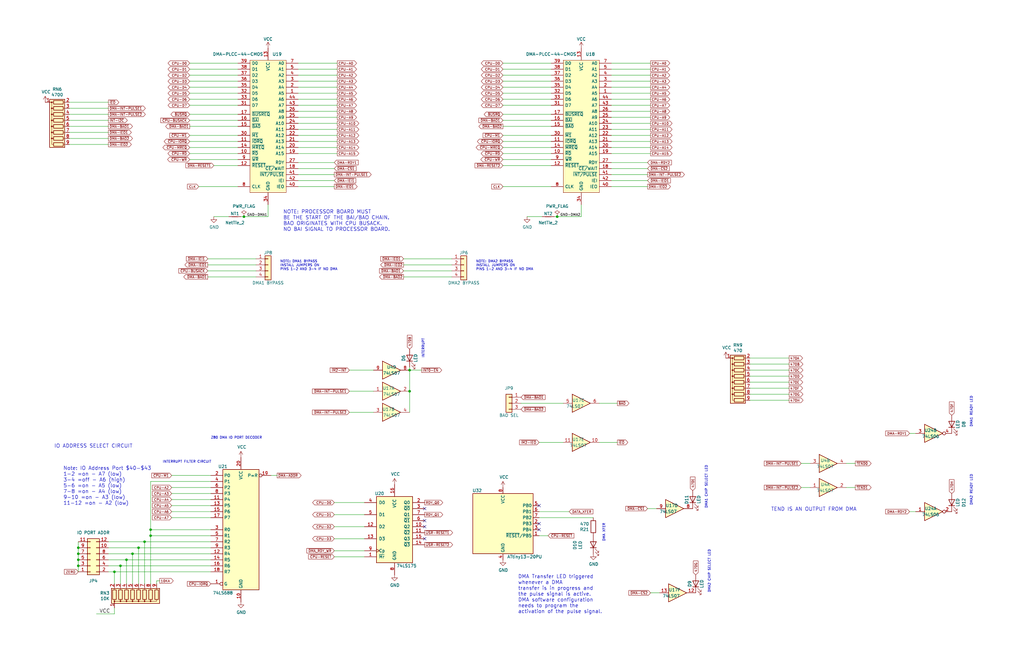
<source format=kicad_sch>
(kicad_sch (version 20211123) (generator eeschema)
  (paper "B")
  (junction (at 33.02 238.76))
  (junction (at 102.87 91.44))
  (junction (at 60.96 228.6))
  (junction (at 55.88 233.68))
  (junction (at 58.42 231.14))
  (junction (at 172.72 156.21))
  (junction (at 33.02 236.22))
  (junction (at 48.26 241.3))
  (junction (at 50.8 238.76))
  (junction (at 63.5 223.52))
  (junction (at 234.95 91.44))
  (junction (at 33.02 233.68))
  (junction (at 63.5 226.06))
  (junction (at 53.34 236.22))
  (junction (at 33.02 231.14))
  (junction (at 172.72 165.1))
  (no_connect (at 227.33 223.52))
  (no_connect (at 227.33 213.36))
  (no_connect (at 179.07 219.71))
  (no_connect (at 179.07 214.63))
  (no_connect (at 179.07 227.33))
  (no_connect (at 227.33 220.98))
  (no_connect (at 179.07 222.25))
  (wire (pts (xy 58.42 231.14) (xy 88.9 231.14)))
  (wire (pts (xy 125.73 49.53) (xy 142.24 49.53)))
  (wire (pts (xy 257.81 78.74) (xy 273.05 78.74)))
  (wire (pts (xy 212.09 64.77) (xy 232.41 64.77)))
  (wire (pts (xy 140.97 227.33) (xy 153.67 227.33)))
  (wire (pts (xy 212.09 53.34) (xy 232.41 53.34)))
  (wire (pts (xy 212.09 62.23) (xy 232.41 62.23)))
  (wire (pts (xy 66.04 245.11) (xy 66.04 246.38)))
  (wire (pts (xy 80.01 50.8) (xy 100.33 50.8)))
  (wire (pts (xy 257.81 41.91) (xy 274.32 41.91)))
  (wire (pts (xy 45.72 238.76) (xy 50.8 238.76)))
  (wire (pts (xy 125.73 62.23) (xy 142.24 62.23)))
  (wire (pts (xy 170.18 116.84) (xy 190.5 116.84)))
  (wire (pts (xy 45.72 241.3) (xy 48.26 241.3)))
  (wire (pts (xy 33.02 236.22) (xy 33.02 238.76)))
  (wire (pts (xy 257.81 73.66) (xy 273.05 73.66)))
  (wire (pts (xy 212.09 69.85) (xy 232.41 69.85)))
  (wire (pts (xy 257.81 26.67) (xy 274.32 26.67)))
  (wire (pts (xy 257.81 52.07) (xy 274.32 52.07)))
  (wire (pts (xy 125.73 41.91) (xy 142.24 41.91)))
  (wire (pts (xy 80.01 48.26) (xy 100.33 48.26)))
  (wire (pts (xy 87.63 109.22) (xy 107.95 109.22)))
  (wire (pts (xy 125.73 31.75) (xy 142.24 31.75)))
  (wire (pts (xy 172.72 156.21) (xy 172.72 154.94)))
  (wire (pts (xy 125.73 68.58) (xy 140.97 68.58)))
  (wire (pts (xy 125.73 64.77) (xy 142.24 64.77)))
  (wire (pts (xy 257.81 64.77) (xy 274.32 64.77)))
  (wire (pts (xy 125.73 44.45) (xy 142.24 44.45)))
  (wire (pts (xy 33.02 231.14) (xy 33.02 228.6)))
  (wire (pts (xy 212.09 44.45) (xy 232.41 44.45)))
  (wire (pts (xy 48.26 246.38) (xy 48.26 241.3)))
  (wire (pts (xy 50.8 238.76) (xy 88.9 238.76)))
  (wire (pts (xy 274.32 250.19) (xy 278.13 250.19)))
  (wire (pts (xy 45.72 231.14) (xy 58.42 231.14)))
  (wire (pts (xy 383.54 215.9) (xy 386.08 215.9)))
  (wire (pts (xy 50.8 246.38) (xy 50.8 238.76)))
  (wire (pts (xy 80.01 34.29) (xy 100.33 34.29)))
  (wire (pts (xy 80.01 31.75) (xy 100.33 31.75)))
  (wire (pts (xy 72.39 218.44) (xy 88.9 218.44)))
  (wire (pts (xy 80.01 26.67) (xy 100.33 26.67)))
  (wire (pts (xy 147.32 173.99) (xy 157.48 173.99)))
  (wire (pts (xy 222.25 91.44) (xy 228.6 91.44)))
  (wire (pts (xy 53.34 246.38) (xy 53.34 236.22)))
  (wire (pts (xy 140.97 232.41) (xy 153.67 232.41)))
  (wire (pts (xy 125.73 59.69) (xy 142.24 59.69)))
  (wire (pts (xy 257.81 68.58) (xy 273.05 68.58)))
  (wire (pts (xy 212.09 26.67) (xy 232.41 26.67)))
  (wire (pts (xy 212.09 78.74) (xy 232.41 78.74)))
  (wire (pts (xy 80.01 67.31) (xy 100.33 67.31)))
  (wire (pts (xy 90.17 91.44) (xy 96.52 91.44)))
  (wire (pts (xy 212.09 39.37) (xy 232.41 39.37)))
  (wire (pts (xy 63.5 246.38) (xy 63.5 226.06)))
  (wire (pts (xy 100.33 59.69) (xy 80.01 59.69)))
  (wire (pts (xy 172.72 165.1) (xy 172.72 173.99)))
  (wire (pts (xy 125.73 46.99) (xy 142.24 46.99)))
  (wire (pts (xy 219.71 170.18) (xy 237.49 170.18)))
  (wire (pts (xy 245.11 91.44) (xy 234.95 91.44)))
  (wire (pts (xy 48.26 259.08) (xy 48.26 256.54)))
  (wire (pts (xy 60.96 228.6) (xy 45.72 228.6)))
  (wire (pts (xy 273.05 214.63) (xy 276.86 214.63)))
  (wire (pts (xy 80.01 41.91) (xy 100.33 41.91)))
  (wire (pts (xy 63.5 226.06) (xy 88.9 226.06)))
  (wire (pts (xy 260.35 186.69) (xy 252.73 186.69)))
  (wire (pts (xy 29.21 43.18) (xy 45.72 43.18)))
  (wire (pts (xy 252.73 170.18) (xy 260.35 170.18)))
  (wire (pts (xy 48.26 241.3) (xy 88.9 241.3)))
  (wire (pts (xy 55.88 246.38) (xy 55.88 233.68)))
  (wire (pts (xy 257.81 59.69) (xy 274.32 59.69)))
  (wire (pts (xy 113.03 91.44) (xy 102.87 91.44)))
  (wire (pts (xy 140.97 217.17) (xy 153.67 217.17)))
  (wire (pts (xy 33.02 233.68) (xy 33.02 231.14)))
  (wire (pts (xy 125.73 29.21) (xy 142.24 29.21)))
  (wire (pts (xy 45.72 233.68) (xy 55.88 233.68)))
  (wire (pts (xy 212.09 41.91) (xy 232.41 41.91)))
  (wire (pts (xy 87.63 116.84) (xy 107.95 116.84)))
  (wire (pts (xy 212.09 50.8) (xy 232.41 50.8)))
  (wire (pts (xy 45.72 236.22) (xy 53.34 236.22)))
  (wire (pts (xy 257.81 49.53) (xy 274.32 49.53)))
  (wire (pts (xy 231.14 226.06) (xy 227.33 226.06)))
  (wire (pts (xy 125.73 26.67) (xy 142.24 26.67)))
  (wire (pts (xy 234.95 91.44) (xy 233.68 91.44)))
  (wire (pts (xy 232.41 59.69) (xy 212.09 59.69)))
  (wire (pts (xy 63.5 223.52) (xy 63.5 226.06)))
  (wire (pts (xy 316.23 166.37) (xy 332.74 166.37)))
  (wire (pts (xy 227.33 218.44) (xy 250.19 218.44)))
  (wire (pts (xy 257.81 71.12) (xy 273.05 71.12)))
  (wire (pts (xy 212.09 36.83) (xy 232.41 36.83)))
  (wire (pts (xy 72.39 200.66) (xy 88.9 200.66)))
  (wire (pts (xy 66.04 245.11) (xy 67.31 245.11)))
  (wire (pts (xy 29.21 45.72) (xy 45.72 45.72)))
  (wire (pts (xy 177.8 156.21) (xy 172.72 156.21)))
  (wire (pts (xy 72.39 210.82) (xy 88.9 210.82)))
  (wire (pts (xy 157.48 156.21) (xy 147.32 156.21)))
  (wire (pts (xy 125.73 73.66) (xy 140.97 73.66)))
  (wire (pts (xy 80.01 36.83) (xy 100.33 36.83)))
  (wire (pts (xy 80.01 62.23) (xy 100.33 62.23)))
  (wire (pts (xy 227.33 186.69) (xy 237.49 186.69)))
  (wire (pts (xy 80.01 64.77) (xy 100.33 64.77)))
  (wire (pts (xy 60.96 246.38) (xy 60.96 228.6)))
  (wire (pts (xy 356.87 195.58) (xy 360.68 195.58)))
  (wire (pts (xy 212.09 48.26) (xy 232.41 48.26)))
  (wire (pts (xy 33.02 233.68) (xy 33.02 236.22)))
  (wire (pts (xy 29.21 48.26) (xy 45.72 48.26)))
  (wire (pts (xy 80.01 44.45) (xy 100.33 44.45)))
  (wire (pts (xy 316.23 158.75) (xy 332.74 158.75)))
  (wire (pts (xy 29.21 60.96) (xy 45.72 60.96)))
  (wire (pts (xy 257.81 54.61) (xy 274.32 54.61)))
  (wire (pts (xy 125.73 52.07) (xy 142.24 52.07)))
  (wire (pts (xy 29.21 50.8) (xy 45.72 50.8)))
  (wire (pts (xy 227.33 215.9) (xy 240.03 215.9)))
  (wire (pts (xy 257.81 57.15) (xy 274.32 57.15)))
  (wire (pts (xy 257.81 46.99) (xy 274.32 46.99)))
  (wire (pts (xy 29.21 58.42) (xy 45.72 58.42)))
  (wire (pts (xy 60.96 228.6) (xy 88.9 228.6)))
  (wire (pts (xy 170.18 111.76) (xy 190.5 111.76)))
  (wire (pts (xy 125.73 39.37) (xy 142.24 39.37)))
  (wire (pts (xy 140.97 234.95) (xy 153.67 234.95)))
  (wire (pts (xy 212.09 31.75) (xy 232.41 31.75)))
  (wire (pts (xy 316.23 153.67) (xy 332.74 153.67)))
  (wire (pts (xy 257.81 39.37) (xy 274.32 39.37)))
  (wire (pts (xy 72.39 205.74) (xy 88.9 205.74)))
  (wire (pts (xy 72.39 215.9) (xy 88.9 215.9)))
  (wire (pts (xy 80.01 29.21) (xy 100.33 29.21)))
  (wire (pts (xy 212.09 34.29) (xy 232.41 34.29)))
  (wire (pts (xy 125.73 54.61) (xy 142.24 54.61)))
  (wire (pts (xy 212.09 67.31) (xy 232.41 67.31)))
  (wire (pts (xy 125.73 78.74) (xy 140.97 78.74)))
  (wire (pts (xy 40.64 259.08) (xy 48.26 259.08)))
  (wire (pts (xy 140.97 212.09) (xy 153.67 212.09)))
  (wire (pts (xy 125.73 57.15) (xy 142.24 57.15)))
  (wire (pts (xy 147.32 165.1) (xy 157.48 165.1)))
  (wire (pts (xy 245.11 86.36) (xy 245.11 91.44)))
  (wire (pts (xy 140.97 222.25) (xy 153.67 222.25)))
  (wire (pts (xy 114.3 200.66) (xy 116.84 200.66)))
  (wire (pts (xy 257.81 36.83) (xy 274.32 36.83)))
  (wire (pts (xy 102.87 91.44) (xy 101.6 91.44)))
  (wire (pts (xy 29.21 53.34) (xy 45.72 53.34)))
  (wire (pts (xy 337.82 195.58) (xy 341.63 195.58)))
  (wire (pts (xy 72.39 208.28) (xy 88.9 208.28)))
  (wire (pts (xy 316.23 163.83) (xy 332.74 163.83)))
  (wire (pts (xy 257.81 76.2) (xy 273.05 76.2)))
  (wire (pts (xy 170.18 114.3) (xy 190.5 114.3)))
  (wire (pts (xy 100.33 57.15) (xy 80.01 57.15)))
  (wire (pts (xy 125.73 71.12) (xy 140.97 71.12)))
  (wire (pts (xy 80.01 53.34) (xy 100.33 53.34)))
  (wire (pts (xy 316.23 151.13) (xy 332.74 151.13)))
  (wire (pts (xy 257.81 62.23) (xy 274.32 62.23)))
  (wire (pts (xy 316.23 168.91) (xy 332.74 168.91)))
  (wire (pts (xy 172.72 156.21) (xy 172.72 165.1)))
  (wire (pts (xy 316.23 156.21) (xy 332.74 156.21)))
  (wire (pts (xy 125.73 36.83) (xy 142.24 36.83)))
  (wire (pts (xy 257.81 44.45) (xy 274.32 44.45)))
  (wire (pts (xy 90.17 69.85) (xy 100.33 69.85)))
  (wire (pts (xy 356.87 205.74) (xy 360.68 205.74)))
  (wire (pts (xy 83.82 78.74) (xy 100.33 78.74)))
  (wire (pts (xy 55.88 233.68) (xy 88.9 233.68)))
  (wire (pts (xy 87.63 111.76) (xy 107.95 111.76)))
  (wire (pts (xy 53.34 236.22) (xy 88.9 236.22)))
  (wire (pts (xy 257.81 29.21) (xy 274.32 29.21)))
  (wire (pts (xy 257.81 31.75) (xy 274.32 31.75)))
  (wire (pts (xy 113.03 86.36) (xy 113.03 91.44)))
  (wire (pts (xy 58.42 246.38) (xy 58.42 231.14)))
  (wire (pts (xy 212.09 29.21) (xy 232.41 29.21)))
  (wire (pts (xy 383.54 182.88) (xy 386.08 182.88)))
  (wire (pts (xy 316.23 161.29) (xy 332.74 161.29)))
  (wire (pts (xy 337.82 205.74) (xy 341.63 205.74)))
  (wire (pts (xy 232.41 57.15) (xy 212.09 57.15)))
  (wire (pts (xy 29.21 55.88) (xy 45.72 55.88)))
  (wire (pts (xy 80.01 39.37) (xy 100.33 39.37)))
  (wire (pts (xy 63.5 203.2) (xy 63.5 223.52)))
  (wire (pts (xy 87.63 114.3) (xy 107.95 114.3)))
  (wire (pts (xy 170.18 109.22) (xy 190.5 109.22)))
  (wire (pts (xy 125.73 34.29) (xy 142.24 34.29)))
  (wire (pts (xy 63.5 223.52) (xy 88.9 223.52)))
  (wire (pts (xy 33.02 238.76) (xy 33.02 241.3)))
  (wire (pts (xy 72.39 213.36) (xy 88.9 213.36)))
  (wire (pts (xy 125.73 76.2) (xy 140.97 76.2)))
  (wire (pts (xy 63.5 203.2) (xy 88.9 203.2)))
  (wire (pts (xy 257.81 34.29) (xy 274.32 34.29)))
  (text "INTERRUPT" (at 179.07 151.13 90) (effects (font (size 1.016 1.016)) (justify left bottom)))
  (text "DMA1 READY LED" (at 410.21 180.34 90) (effects (font (size 1.016 1.016)) (justify left bottom)))
  (text "NOTE: DMA2 BYPASS\nINSTALL JUMPERS ON\nPINS 1-2 AND 3-4 IF NO DMA" (at 200.66 114.3 0) (effects (font (size 1.016 1.016)) (justify left bottom)))
  (text "NOTE: DMA1 BYPASS\nINSTALL JUMPERS ON\nPINS 1-2 AND 3-4 IF NO DMA" (at 118.11 114.3 0) (effects (font (size 1.016 1.016)) (justify left bottom)))
  (text "IO ADDRESS SELECT CIRCUIT" (at 22.86 189.23 0) (effects (font (size 1.524 1.524)) (justify left bottom)))
  (text "DMA Transfer LED triggered \nwhenever a DMA\ntransfer is in progress and\nthe pulse signal is active.\nDMA software configuration\nneeds to program the\nactivation of the pulse signal." (at 218.44 259.08 0) (effects (font (size 1.524 1.524)) (justify left bottom)))
  (text "DMA1 CHIP SELECT LED" (at 298.45 214.63 90) (effects (font (size 1.016 1.016)) (justify left bottom)))
  (text "DMA XFER" (at 255.27 228.6 90) (effects (font (size 1.016 1.016)) (justify left bottom)))
  (text "INTERRUPT FILTER CIRCUIT" (at 68.58 195.58 0) (effects (font (size 1.016 1.016)) (justify left bottom)))
  (text "DMA2 READY LED" (at 410.21 213.36 90) (effects (font (size 1.016 1.016)) (justify left bottom)))
  (text "DMA2 CHIP SELECT LED" (at 299.72 250.19 90) (effects (font (size 1.016 1.016)) (justify left bottom)))
  (text "TEND IS AN OUTPUT FROM DMA" (at 325.12 215.9 0) (effects (font (size 1.524 1.524)) (justify left bottom)))
  (text "NOTE: PROCESSOR BOARD MUST\nBE THE START OF THE BAI/BAO CHAIN.\nBAO ORIGINATES WITH CPU BUSACK.\nNO BAI SIGNAL TO PROCESSOR BOARD." (at 119.38 97.79 0) (effects (font (size 1.524 1.524)) (justify left bottom)))
  (text "Z80 DMA IO PORT DECODER\n" (at 88.9 185.42 0) (effects (font (size 1.016 1.016)) (justify left bottom)))
  (text "Note: IO Address Port $40-$43\n1-2 =on - A7 (low)\n3-4 =off - A6 (high)\n5-6 =on - A5 (low)\n7-8 =on - A4 (low)\n9-10 =on - A3 (low)\n11-12 =on - A2 (low)" (at 26.67 213.36 0) (effects (font (size 1.524 1.524)) (justify left bottom)))
  (label "VCC" (at 41.91 259.08 0) (effects (font (size 1.524 1.524))))
  (label "GND-DMA2" (at 236.22 91.44 0) (effects (font (size 1.016 1.016))))
  (label "GND-DMA1" (at 104.14 91.44 0) (effects (font (size 1.016 1.016))))
  (global_label "CPU-A3" (shape output) (at 274.32 34.29 0) (effects (font (size 1.016 1.016))) (property "Intersheet References" "${INTERSHEET_REFS}" (effects hide)))
  (global_label "DMA-RDY1" (shape input) (at 383.54 182.88 180) (effects (font (size 1.016 1.016))) (property "Intersheet References" "${INTERSHEET_REFS}" (effects hide)))
  (global_label "~{IEO}" (shape output) (at 260.35 186.69 0) (effects (font (size 1.016 1.016))) (property "Intersheet References" "${INTERSHEET_REFS}" (effects hide)))
  (global_label "~{DMA-BAO1}" (shape input) (at 212.09 50.8 180) (effects (font (size 1.016 1.016))) (property "Intersheet References" "${INTERSHEET_REFS}" (effects hide)))
  (global_label "CPU-A2" (shape output) (at 274.32 31.75 0) (effects (font (size 1.016 1.016))) (property "Intersheet References" "${INTERSHEET_REFS}" (effects hide)))
  (global_label "~{BUSRQ}" (shape bidirectional) (at 80.01 48.26 180) (effects (font (size 1.016 1.016))) (property "Intersheet References" "${INTERSHEET_REFS}" (effects hide)))
  (global_label "DMA-RDY2" (shape input) (at 273.05 68.58 0) (effects (font (size 1.016 1.016))) (property "Intersheet References" "${INTERSHEET_REFS}" (effects hide)))
  (global_label "CPU-A12" (shape output) (at 142.24 57.15 0) (effects (font (size 1.016 1.016))) (property "Intersheet References" "${INTERSHEET_REFS}" (effects hide)))
  (global_label "~{DMA-IEO1}" (shape input) (at 170.18 109.22 180) (effects (font (size 1.016 1.016))) (property "Intersheet References" "${INTERSHEET_REFS}" (effects hide)))
  (global_label "~{CPU-M1}" (shape input) (at 212.09 57.15 180) (effects (font (size 1.016 1.016))) (property "Intersheet References" "${INTERSHEET_REFS}" (effects hide)))
  (global_label "~{CPU-IORQ}" (shape bidirectional) (at 212.09 59.69 180) (effects (font (size 1.016 1.016))) (property "Intersheet References" "${INTERSHEET_REFS}" (effects hide)))
  (global_label "CPU-D2" (shape bidirectional) (at 140.97 222.25 180) (effects (font (size 1.016 1.016))) (property "Intersheet References" "${INTERSHEET_REFS}" (effects hide)))
  (global_label "470F" (shape output) (at 332.74 163.83 0) (effects (font (size 1.016 1.016))) (property "Intersheet References" "${INTERSHEET_REFS}" (effects hide)))
  (global_label "470A" (shape output) (at 332.74 151.13 0) (effects (font (size 1.016 1.016))) (property "Intersheet References" "${INTERSHEET_REFS}" (effects hide)))
  (global_label "~{DMA-CS2}" (shape input) (at 274.32 250.19 180) (effects (font (size 1.016 1.016))) (property "Intersheet References" "${INTERSHEET_REFS}" (effects hide)))
  (global_label "CPU-D1" (shape bidirectional) (at 212.09 29.21 180) (effects (font (size 1.016 1.016))) (property "Intersheet References" "${INTERSHEET_REFS}" (effects hide)))
  (global_label "CPU-A3" (shape input) (at 72.39 208.28 180) (effects (font (size 1.016 1.016))) (property "Intersheet References" "${INTERSHEET_REFS}" (effects hide)))
  (global_label "~{CPU-RD}" (shape bidirectional) (at 212.09 64.77 180) (effects (font (size 1.016 1.016))) (property "Intersheet References" "${INTERSHEET_REFS}" (effects hide)))
  (global_label "~{IM2-INT}" (shape input) (at 147.32 156.21 180) (effects (font (size 1.016 1.016))) (property "Intersheet References" "${INTERSHEET_REFS}" (effects hide)))
  (global_label "470E" (shape output) (at 332.74 161.29 0) (effects (font (size 1.016 1.016))) (property "Intersheet References" "${INTERSHEET_REFS}" (effects hide)))
  (global_label "~{DMA-CS1}" (shape input) (at 273.05 214.63 180) (effects (font (size 1.016 1.016))) (property "Intersheet References" "${INTERSHEET_REFS}" (effects hide)))
  (global_label "CPU-A6" (shape output) (at 274.32 41.91 0) (effects (font (size 1.016 1.016))) (property "Intersheet References" "${INTERSHEET_REFS}" (effects hide)))
  (global_label "CPU-A8" (shape output) (at 274.32 46.99 0) (effects (font (size 1.016 1.016))) (property "Intersheet References" "${INTERSHEET_REFS}" (effects hide)))
  (global_label "~{TEND1}" (shape output) (at 360.68 205.74 0) (effects (font (size 1.016 1.016))) (property "Intersheet References" "${INTERSHEET_REFS}" (effects hide)))
  (global_label "~{DMA-INT-PULSE1}" (shape input) (at 337.82 195.58 180) (effects (font (size 1.016 1.016))) (property "Intersheet References" "${INTERSHEET_REFS}" (effects hide)))
  (global_label "~{CPU-RD}" (shape bidirectional) (at 80.01 64.77 180) (effects (font (size 1.016 1.016))) (property "Intersheet References" "${INTERSHEET_REFS}" (effects hide)))
  (global_label "CPU-A4" (shape output) (at 274.32 36.83 0) (effects (font (size 1.016 1.016))) (property "Intersheet References" "${INTERSHEET_REFS}" (effects hide)))
  (global_label "CPU-D1" (shape bidirectional) (at 80.01 29.21 180) (effects (font (size 1.016 1.016))) (property "Intersheet References" "${INTERSHEET_REFS}" (effects hide)))
  (global_label "~{INT-I2C}" (shape output) (at 45.72 50.8 0) (effects (font (size 1.016 1.016))) (property "Intersheet References" "${INTERSHEET_REFS}" (effects hide)))
  (global_label "CPU-A8" (shape output) (at 142.24 46.99 0) (effects (font (size 1.016 1.016))) (property "Intersheet References" "${INTERSHEET_REFS}" (effects hide)))
  (global_label "~{DMA-BAO2}" (shape output) (at 45.72 58.42 0) (effects (font (size 1.016 1.016))) (property "Intersheet References" "${INTERSHEET_REFS}" (effects hide)))
  (global_label "ZERO" (shape input) (at 33.02 241.3 180) (effects (font (size 1.016 1.016))) (property "Intersheet References" "${INTERSHEET_REFS}" (effects hide)))
  (global_label "~{DMA-INT-PULSE2}" (shape input) (at 147.32 173.99 180) (effects (font (size 1.016 1.016))) (property "Intersheet References" "${INTERSHEET_REFS}" (effects hide)))
  (global_label "CPU-A10" (shape output) (at 274.32 52.07 0) (effects (font (size 1.016 1.016))) (property "Intersheet References" "${INTERSHEET_REFS}" (effects hide)))
  (global_label "~{IEO}" (shape output) (at 45.72 43.18 0) (effects (font (size 1.016 1.016))) (property "Intersheet References" "${INTERSHEET_REFS}" (effects hide)))
  (global_label "CPU-A5" (shape output) (at 142.24 39.37 0) (effects (font (size 1.016 1.016))) (property "Intersheet References" "${INTERSHEET_REFS}" (effects hide)))
  (global_label "~{CPU-M1}" (shape input) (at 80.01 57.15 180) (effects (font (size 1.016 1.016))) (property "Intersheet References" "${INTERSHEET_REFS}" (effects hide)))
  (global_label "CPU-A3" (shape output) (at 142.24 34.29 0) (effects (font (size 1.016 1.016))) (property "Intersheet References" "${INTERSHEET_REFS}" (effects hide)))
  (global_label "~{DMA-CS2}" (shape input) (at 273.05 71.12 0) (effects (font (size 1.016 1.016))) (property "Intersheet References" "${INTERSHEET_REFS}" (effects hide)))
  (global_label "~{DMA-BAO2}" (shape input) (at 219.71 172.72 0) (effects (font (size 1.016 1.016))) (property "Intersheet References" "${INTERSHEET_REFS}" (effects hide)))
  (global_label "CPU-D0" (shape bidirectional) (at 140.97 212.09 180) (effects (font (size 1.016 1.016))) (property "Intersheet References" "${INTERSHEET_REFS}" (effects hide)))
  (global_label "470B" (shape output) (at 332.74 153.67 0) (effects (font (size 1.016 1.016))) (property "Intersheet References" "${INTERSHEET_REFS}" (effects hide)))
  (global_label "CPU-A1" (shape output) (at 142.24 29.21 0) (effects (font (size 1.016 1.016))) (property "Intersheet References" "${INTERSHEET_REFS}" (effects hide)))
  (global_label "~{DMA-IEO1}" (shape output) (at 140.97 78.74 0) (effects (font (size 1.016 1.016))) (property "Intersheet References" "${INTERSHEET_REFS}" (effects hide)))
  (global_label "CPU-A1" (shape output) (at 274.32 29.21 0) (effects (font (size 1.016 1.016))) (property "Intersheet References" "${INTERSHEET_REFS}" (effects hide)))
  (global_label "DATA_XFER" (shape input) (at 240.03 215.9 0) (effects (font (size 1.016 1.016))) (property "Intersheet References" "${INTERSHEET_REFS}" (effects hide)))
  (global_label "~{CPU-IORQ}" (shape bidirectional) (at 80.01 59.69 180) (effects (font (size 1.016 1.016))) (property "Intersheet References" "${INTERSHEET_REFS}" (effects hide)))
  (global_label "DMA-RDY2" (shape input) (at 383.54 215.9 180) (effects (font (size 1.016 1.016))) (property "Intersheet References" "${INTERSHEET_REFS}" (effects hide)))
  (global_label "CPU-A11" (shape output) (at 142.24 54.61 0) (effects (font (size 1.016 1.016))) (property "Intersheet References" "${INTERSHEET_REFS}" (effects hide)))
  (global_label "CPU-D4" (shape bidirectional) (at 212.09 36.83 180) (effects (font (size 1.016 1.016))) (property "Intersheet References" "${INTERSHEET_REFS}" (effects hide)))
  (global_label "CPU-A2" (shape output) (at 142.24 31.75 0) (effects (font (size 1.016 1.016))) (property "Intersheet References" "${INTERSHEET_REFS}" (effects hide)))
  (global_label "RDY_Q0" (shape output) (at 179.07 212.09 0) (effects (font (size 1.016 1.016))) (property "Intersheet References" "${INTERSHEET_REFS}" (effects hide)))
  (global_label "~{CPU-BUSACK}" (shape input) (at 87.63 114.3 180) (effects (font (size 1.016 1.016))) (property "Intersheet References" "${INTERSHEET_REFS}" (effects hide)))
  (global_label "CPU-D0" (shape bidirectional) (at 80.01 26.67 180) (effects (font (size 1.016 1.016))) (property "Intersheet References" "${INTERSHEET_REFS}" (effects hide)))
  (global_label "~{USR-RESET1}" (shape output) (at 179.07 224.79 0) (effects (font (size 1.016 1.016))) (property "Intersheet References" "${INTERSHEET_REFS}" (effects hide)))
  (global_label "CPU-D3" (shape bidirectional) (at 212.09 34.29 180) (effects (font (size 1.016 1.016))) (property "Intersheet References" "${INTERSHEET_REFS}" (effects hide)))
  (global_label "~{BUSRQ}" (shape bidirectional) (at 212.09 48.26 180) (effects (font (size 1.016 1.016))) (property "Intersheet References" "${INTERSHEET_REFS}" (effects hide)))
  (global_label "CPU-A14" (shape output) (at 274.32 62.23 0) (effects (font (size 1.016 1.016))) (property "Intersheet References" "${INTERSHEET_REFS}" (effects hide)))
  (global_label "~{DMA-RESET1}" (shape input) (at 90.17 69.85 180) (effects (font (size 1.016 1.016))) (property "Intersheet References" "${INTERSHEET_REFS}" (effects hide)))
  (global_label "~{CPU-MREQ}" (shape bidirectional) (at 212.09 62.23 180) (effects (font (size 1.016 1.016))) (property "Intersheet References" "${INTERSHEET_REFS}" (effects hide)))
  (global_label "CPU-A9" (shape output) (at 274.32 49.53 0) (effects (font (size 1.016 1.016))) (property "Intersheet References" "${INTERSHEET_REFS}" (effects hide)))
  (global_label "~{CPU-IORQ}" (shape input) (at 88.9 246.38 180) (effects (font (size 1.016 1.016))) (property "Intersheet References" "${INTERSHEET_REFS}" (effects hide)))
  (global_label "~{DMA-BAO1}" (shape output) (at 80.01 53.34 180) (effects (font (size 1.016 1.016))) (property "Intersheet References" "${INTERSHEET_REFS}" (effects hide)))
  (global_label "CPU-A15" (shape output) (at 142.24 64.77 0) (effects (font (size 1.016 1.016))) (property "Intersheet References" "${INTERSHEET_REFS}" (effects hide)))
  (global_label "~{DMA-IEO2}" (shape output) (at 170.18 111.76 180) (effects (font (size 1.016 1.016))) (property "Intersheet References" "${INTERSHEET_REFS}" (effects hide)))
  (global_label "CPU-A12" (shape output) (at 274.32 57.15 0) (effects (font (size 1.016 1.016))) (property "Intersheet References" "${INTERSHEET_REFS}" (effects hide)))
  (global_label "CPU-A7" (shape output) (at 142.24 44.45 0) (effects (font (size 1.016 1.016))) (property "Intersheet References" "${INTERSHEET_REFS}" (effects hide)))
  (global_label "470D" (shape output) (at 332.74 158.75 0) (effects (font (size 1.016 1.016))) (property "Intersheet References" "${INTERSHEET_REFS}" (effects hide)))
  (global_label "CPU-D6" (shape bidirectional) (at 80.01 41.91 180) (effects (font (size 1.016 1.016))) (property "Intersheet References" "${INTERSHEET_REFS}" (effects hide)))
  (global_label "~{BAO}" (shape output) (at 260.35 170.18 0) (effects (font (size 1.016 1.016))) (property "Intersheet References" "${INTERSHEET_REFS}" (effects hide)))
  (global_label "CPU-A15" (shape output) (at 274.32 64.77 0) (effects (font (size 1.016 1.016))) (property "Intersheet References" "${INTERSHEET_REFS}" (effects hide)))
  (global_label "~{DMA-BAO1}" (shape output) (at 87.63 116.84 180) (effects (font (size 1.016 1.016))) (property "Intersheet References" "${INTERSHEET_REFS}" (effects hide)))
  (global_label "470G" (shape output) (at 332.74 166.37 0) (effects (font (size 1.016 1.016))) (property "Intersheet References" "${INTERSHEET_REFS}" (effects hide)))
  (global_label "~{CPU-WR}" (shape bidirectional) (at 212.09 67.31 180) (effects (font (size 1.016 1.016))) (property "Intersheet References" "${INTERSHEET_REFS}" (effects hide)))
  (global_label "~{DMA-BAO2}" (shape output) (at 212.09 53.34 180) (effects (font (size 1.016 1.016))) (property "Intersheet References" "${INTERSHEET_REFS}" (effects hide)))
  (global_label "RDY_Q1" (shape output) (at 179.07 217.17 0) (effects (font (size 1.016 1.016))) (property "Intersheet References" "${INTERSHEET_REFS}" (effects hide)))
  (global_label "~{CPU-M1}" (shape input) (at 72.39 200.66 180) (effects (font (size 1.016 1.016))) (property "Intersheet References" "${INTERSHEET_REFS}" (effects hide)))
  (global_label "CPU-A6" (shape input) (at 72.39 215.9 180) (effects (font (size 1.016 1.016))) (property "Intersheet References" "${INTERSHEET_REFS}" (effects hide)))
  (global_label "CPU-A10" (shape output) (at 142.24 52.07 0) (effects (font (size 1.016 1.016))) (property "Intersheet References" "${INTERSHEET_REFS}" (effects hide)))
  (global_label "~{DMA-IEO1}" (shape output) (at 45.72 55.88 0) (effects (font (size 1.016 1.016))) (property "Intersheet References" "${INTERSHEET_REFS}" (effects hide)))
  (global_label "~{DMA-BAO1}" (shape input) (at 170.18 114.3 180) (effects (font (size 1.016 1.016))) (property "Intersheet References" "${INTERSHEET_REFS}" (effects hide)))
  (global_label "470G" (shape input) (at 293.37 242.57 90) (effects (font (size 1.016 1.016))) (property "Intersheet References" "${INTERSHEET_REFS}" (effects hide)))
  (global_label "CPU-D6" (shape bidirectional) (at 212.09 41.91 180) (effects (font (size 1.016 1.016))) (property "Intersheet References" "${INTERSHEET_REFS}" (effects hide)))
  (global_label "470E" (shape input) (at 292.1 207.01 90) (effects (font (size 1.016 1.016))) (property "Intersheet References" "${INTERSHEET_REFS}" (effects hide)))
  (global_label "CPU-D7" (shape bidirectional) (at 212.09 44.45 180) (effects (font (size 1.016 1.016))) (property "Intersheet References" "${INTERSHEET_REFS}" (effects hide)))
  (global_label "~{TEND0}" (shape output) (at 360.68 195.58 0) (effects (font (size 1.016 1.016))) (property "Intersheet References" "${INTERSHEET_REFS}" (effects hide)))
  (global_label "CPU-A7" (shape output) (at 274.32 44.45 0) (effects (font (size 1.016 1.016))) (property "Intersheet References" "${INTERSHEET_REFS}" (effects hide)))
  (global_label "CPU-D3" (shape bidirectional) (at 80.01 34.29 180) (effects (font (size 1.016 1.016))) (property "Intersheet References" "${INTERSHEET_REFS}" (effects hide)))
  (global_label "CPU-D4" (shape bidirectional) (at 80.01 36.83 180) (effects (font (size 1.016 1.016))) (property "Intersheet References" "${INTERSHEET_REFS}" (effects hide)))
  (global_label "10KA" (shape output) (at 67.31 245.11 0) (effects (font (size 1.016 1.016))) (property "Intersheet References" "${INTERSHEET_REFS}" (effects hide)))
  (global_label "CPU-A11" (shape output) (at 274.32 54.61 0) (effects (font (size 1.016 1.016))) (property "Intersheet References" "${INTERSHEET_REFS}" (effects hide)))
  (global_label "CPU-D1" (shape bidirectional) (at 140.97 217.17 180) (effects (font (size 1.016 1.016))) (property "Intersheet References" "${INTERSHEET_REFS}" (effects hide)))
  (global_label "CPU-D5" (shape bidirectional) (at 212.09 39.37 180) (effects (font (size 1.016 1.016))) (property "Intersheet References" "${INTERSHEET_REFS}" (effects hide)))
  (global_label "~{INT0-EN}" (shape output) (at 177.8 156.21 0) (effects (font (size 1.016 1.016))) (property "Intersheet References" "${INTERSHEET_REFS}" (effects hide)))
  (global_label "~{DMA-INT-PULSE2}" (shape output) (at 273.05 73.66 0) (effects (font (size 1.016 1.016))) (property "Intersheet References" "${INTERSHEET_REFS}" (effects hide)))
  (global_label "~{DMA-IEO2}" (shape output) (at 45.72 60.96 0) (effects (font (size 1.016 1.016))) (property "Intersheet References" "${INTERSHEET_REFS}" (effects hide)))
  (global_label "470F" (shape input) (at 401.32 175.26 90) (effects (font (size 1.016 1.016))) (property "Intersheet References" "${INTERSHEET_REFS}" (effects hide)))
  (global_label "CPU-D0" (shape bidirectional) (at 212.09 26.67 180) (effects (font (size 1.016 1.016))) (property "Intersheet References" "${INTERSHEET_REFS}" (effects hide)))
  (global_label "~{DMA-CS1}" (shape input) (at 140.97 71.12 0) (effects (font (size 1.016 1.016))) (property "Intersheet References" "${INTERSHEET_REFS}" (effects hide)))
  (global_label "~{DMA-INT-PULSE1}" (shape input) (at 147.32 165.1 180) (effects (font (size 1.016 1.016))) (property "Intersheet References" "${INTERSHEET_REFS}" (effects hide)))
  (global_label "~{IM2-IEO}" (shape input) (at 227.33 186.69 180) (effects (font (size 1.016 1.016))) (property "Intersheet References" "${INTERSHEET_REFS}" (effects hide)))
  (global_label "DMA-RDY1" (shape input) (at 140.97 68.58 0) (effects (font (size 1.016 1.016))) (property "Intersheet References" "${INTERSHEET_REFS}" (effects hide)))
  (global_label "~{DMA-IEO1}" (shape output) (at 87.63 111.76 180) (effects (font (size 1.016 1.016))) (property "Intersheet References" "${INTERSHEET_REFS}" (effects hide)))
  (global_label "470B" (shape input) (at 172.72 147.32 90) (effects (font (size 1.016 1.016))) (property "Intersheet References" "${INTERSHEET_REFS}" (effects hide)))
  (global_label "CPU-A0" (shape output) (at 274.32 26.67 0) (effects (font (size 1.016 1.016))) (property "Intersheet References" "${INTERSHEET_REFS}" (effects hide)))
  (global_label "~{CPU-RESET}" (shape input) (at 231.14 226.06 0) (effects (font (size 1.016 1.016))) (property "Intersheet References" "${INTERSHEET_REFS}" (effects hide)))
  (global_label "~{DMA-INT-PULSE2}" (shape input) (at 337.82 205.74 180) (effects (font (size 1.016 1.016))) (property "Intersheet References" "${INTERSHEET_REFS}" (effects hide)))
  (global_label "CLK" (shape input) (at 212.09 78.74 180) (effects (font (size 1.016 1.016))) (property "Intersheet References" "${INTERSHEET_REFS}" (effects hide)))
  (global_label "~{DMA-RESET2}" (shape input) (at 212.09 69.85 180) (effects (font (size 1.016 1.016))) (property "Intersheet References" "${INTERSHEET_REFS}" (effects hide)))
  (global_label "CPU-A2" (shape input) (at 72.39 205.74 180) (effects (font (size 1.016 1.016))) (property "Intersheet References" "${INTERSHEET_REFS}" (effects hide)))
  (global_label "~{DMA-IEI1}" (shape input) (at 140.97 76.2 0) (effects (font (size 1.016 1.016))) (property "Intersheet References" "${INTERSHEET_REFS}" (effects hide)))
  (global_label "CPU-A7" (shape input) (at 72.39 218.44 180) (effects (font (size 1.016 1.016))) (property "Intersheet References" "${INTERSHEET_REFS}" (effects hide)))
  (global_label "CPU-A9" (shape output) (at 142.24 49.53 0) (effects (font (size 1.016 1.016))) (property "Intersheet References" "${INTERSHEET_REFS}" (effects hide)))
  (global_label "CPU-A5" (shape output) (at 274.32 39.37 0) (effects (font (size 1.016 1.016))) (property "Intersheet References" "${INTERSHEET_REFS}" (effects hide)))
  (global_label "~{DMA-IEO1}" (shape input) (at 273.05 76.2 0) (effects (font (size 1.016 1.016))) (property "Intersheet References" "${INTERSHEET_REFS}" (effects hide)))
  (global_label "~{DMA-IEI1}" (shape input) (at 87.63 109.22 180) (effects (font (size 1.016 1.016))) (property "Intersheet References" "${INTERSHEET_REFS}" (effects hide)))
  (global_label "~{DMA-BAO2}" (shape output) (at 170.18 116.84 180) (effects (font (size 1.016 1.016))) (property "Intersheet References" "${INTERSHEET_REFS}" (effects hide)))
  (global_label "~{DMA-IEO2}" (shape output) (at 273.05 78.74 0) (effects (font (size 1.016 1.016))) (property "Intersheet References" "${INTERSHEET_REFS}" (effects hide)))
  (global_label "CPU-A0" (shape output) (at 142.24 26.67 0) (effects (font (size 1.016 1.016))) (property "Intersheet References" "${INTERSHEET_REFS}" (effects hide)))
  (global_label "CPU-A5" (shape input) (at 72.39 213.36 180) (effects (font (size 1.016 1.016))) (property "Intersheet References" "${INTERSHEET_REFS}" (effects hide)))
  (global_label "470H" (shape input) (at 401.32 208.28 90) (effects (font (size 1.016 1.016))) (property "Intersheet References" "${INTERSHEET_REFS}" (effects hide)))
  (global_label "CPU-A6" (shape output) (at 142.24 41.91 0) (effects (font (size 1.016 1.016))) (property "Intersheet References" "${INTERSHEET_REFS}" (effects hide)))
  (global_label "~{CPU-WR}" (shape bidirectional) (at 80.01 67.31 180) (effects (font (size 1.016 1.016))) (property "Intersheet References" "${INTERSHEET_REFS}" (effects hide)))
  (global_label "CLK" (shape input) (at 83.82 78.74 180) (effects (font (size 1.016 1.016))) (property "Intersheet References" "${INTERSHEET_REFS}" (effects hide)))
  (global_label "~{DMA-INT-PULSE1}" (shape output) (at 140.97 73.66 0) (effects (font (size 1.016 1.016))) (property "Intersheet References" "${INTERSHEET_REFS}" (effects hide)))
  (global_label "CPU-A13" (shape output) (at 274.32 59.69 0) (effects (font (size 1.016 1.016))) (property "Intersheet References" "${INTERSHEET_REFS}" (effects hide)))
  (global_label "~{DMA-BAO1}" (shape input) (at 219.71 167.64 0) (effects (font (size 1.016 1.016))) (property "Intersheet References" "${INTERSHEET_REFS}" (effects hide)))
  (global_label "~{CPU-BUSACK}" (shape input) (at 80.01 50.8 180) (effects (font (size 1.016 1.016))) (property "Intersheet References" "${INTERSHEET_REFS}" (effects hide)))
  (global_label "~{CPU-MREQ}" (shape bidirectional) (at 80.01 62.23 180) (effects (font (size 1.016 1.016))) (property "Intersheet References" "${INTERSHEET_REFS}" (effects hide)))
  (global_label "CPU-D3" (shape bidirectional) (at 140.97 227.33 180) (effects (font (size 1.016 1.016))) (property "Intersheet References" "${INTERSHEET_REFS}" (effects hide)))
  (global_label "470H" (shape output) (at 332.74 168.91 0) (effects (font (size 1.016 1.016))) (property "Intersheet References" "${INTERSHEET_REFS}" (effects hide)))
  (global_label "CPU-D2" (shape bidirectional) (at 212.09 31.75 180) (effects (font (size 1.016 1.016))) (property "Intersheet References" "${INTERSHEET_REFS}" (effects hide)))
  (global_label "CPU-A13" (shape output) (at 142.24 59.69 0) (effects (font (size 1.016 1.016))) (property "Intersheet References" "${INTERSHEET_REFS}" (effects hide)))
  (global_label "~{DMA-ADDR}" (shape output) (at 116.84 200.66 0) (effects (font (size 1.016 1.016))) (property "Intersheet References" "${INTERSHEET_REFS}" (effects hide)))
  (global_label "CPU-A4" (shape output) (at 142.24 36.83 0) (effects (font (size 1.016 1.016))) (property "Intersheet References" "${INTERSHEET_REFS}" (effects hide)))
  (global_label "~{DMA_RDY_WR}" (shape input) (at 140.97 232.41 180) (effects (font (size 1.016 1.016))) (property "Intersheet References" "${INTERSHEET_REFS}" (effects hide)))
  (global_label "~{DMA-INT-PULSE2}" (shape output) (at 45.72 48.26 0) (effects (font (size 1.016 1.016))) (property "Intersheet References" "${INTERSHEET_REFS}" (effects hide)))
  (global_label "CPU-D2" (shape bidirectional) (at 80.01 31.75 180) (effects (font (size 1.016 1.016))) (property "Intersheet References" "${INTERSHEET_REFS}" (effects hide)))
  (global_label "CPU-A14" (shape output) (at 142.24 62.23 0) (effects (font (size 1.016 1.016))) (property "Intersheet References" "${INTERSHEET_REFS}" (effects hide)))
  (global_label "~{DMA-BAO1}" (shape output) (at 45.72 53.34 0) (effects (font (size 1.016 1.016))) (property "Intersheet References" "${INTERSHEET_REFS}" (effects hide)))
  (global_label "~{CPU-RESET}" (shape input) (at 140.97 234.95 180) (effects (font (size 1.016 1.016))) (property "Intersheet References" "${INTERSHEET_REFS}" (effects hide)))
  (global_label "CPU-D5" (shape bidirectional) (at 80.01 39.37 180) (effects (font (size 1.016 1.016))) (property "Intersheet References" "${INTERSHEET_REFS}" (effects hide)))
  (global_label "470C" (shape output) (at 332.74 156.21 0) (effects (font (size 1.016 1.016))) (property "Intersheet References" "${INTERSHEET_REFS}" (effects hide)))
  (global_label "CPU-A4" (shape input) (at 72.39 210.82 180) (effects (font (size 1.016 1.016))) (property "Intersheet References" "${INTERSHEET_REFS}" (effects hide)))
  (global_label "~{USR-RESET2}" (shape output) (at 179.07 229.87 0) (effects (font (size 1.016 1.016))) (property "Intersheet References" "${INTERSHEET_REFS}" (effects hide)))
  (global_label "CPU-D7" (shape bidirectional) (at 80.01 44.45 180) (effects (font (size 1.016 1.016))) (property "Intersheet References" "${INTERSHEET_REFS}" (effects hide)))
  (global_label "~{DMA-INT-PULSE1}" (shape output) (at 45.72 45.72 0) (effects (font (size 1.016 1.016))) (property "Intersheet References" "${INTERSHEET_REFS}" (effects hide)))
  (symbol (lib_id "MCU_Microchip_ATtiny:ATtiny13-20P") (at 212.09 220.98 0) (unit 1)
    (property "Reference" "U32" (at 203.2 207.01 0) (effects (justify right)))
    (property "Value" "ATtiny13-20PU" (at 228.6 234.95 0) (effects (justify right)))
    (property "Footprint" "Package_DIP:DIP-8_W7.62mm" (effects hide))
    (property "Datasheet" "http://ww1.microchip.com/downloads/en/DeviceDoc/doc2535.pdf" (effects hide))
  )
  (symbol (lib_id "power:VCC") (at 212.09 205.74 0) (unit 1)
    (property "Reference" "#PWR067" (effects hide))
    (property "Value" "VCC" (at 212.5218 201.3458 0))
  )
  (symbol (lib_id "power:GND") (at 212.09 236.22 0) (unit 1)
    (property "Reference" "#PWR073" (effects hide))
    (property "Value" "GND" (at 212.217 240.6142 0))
  )
  (symbol (lib_id "Device:LED") (at 250.19 229.87 90) (unit 1)
    (property "Reference" "D10" (at 242.3922 230.0478 0))
    (property "Value" "LED" (at 244.7036 230.0478 0))
    (property "Footprint" "LED_THT:LED_D3.0mm_Horizontal_O3.81mm_Z2.0mm" (effects hide))
  )
  (symbol (lib_id "Device:R") (at 250.19 222.25 180) (unit 1)
    (property "Reference" "R21" (at 248.412 223.4184 0) (effects (justify left)))
    (property "Value" "470" (at 248.412 221.107 0) (effects (justify left)))
    (property "Footprint" "Resistor_THT:R_Axial_DIN0207_L6.3mm_D2.5mm_P7.62mm_Horizontal" (effects hide))
  )
  (symbol (lib_id "74xx:74LS07") (at 165.1 156.21 0) (unit 4)
    (property "Reference" "U4" (at 165.1 154.94 0))
    (property "Value" "74LS07" (at 165.1 157.48 0))
    (property "Footprint" "Package_DIP:DIP-14_W7.62mm" (effects hide))
    (property "Datasheet" "www.ti.com/lit/ds/symlink/sn74ls07.pdf" (effects hide))
  )
  (symbol (lib_id "power:GND") (at 250.19 233.68 0) (unit 1)
    (property "Reference" "#PWR072" (effects hide))
    (property "Value" "GND" (at 250.317 238.0742 0))
  )
  (symbol (lib_id "Device:LED") (at 172.72 151.13 90) (unit 1)
    (property "Reference" "D6" (at 170.18 151.13 0))
    (property "Value" "LED" (at 175.26 151.13 0))
    (property "Footprint" "LED_THT:LED_D3.0mm_Horizontal_O3.81mm_Z2.0mm" (effects hide))
  )
  (symbol (lib_id "Connector_Generic:Conn_02x06_Odd_Even") (at 38.1 236.22 0) (mirror x) (unit 1)
    (property "Reference" "JP4" (at 39.37 245.11 0))
    (property "Value" "IO PORT ADDR" (at 39.37 224.79 0))
    (property "Footprint" "Connector_PinHeader_2.54mm:PinHeader_2x06_P2.54mm_Vertical" (effects hide))
  )
  (symbol (lib_id "74xx:74LS688") (at 101.6 223.52 0) (unit 1)
    (property "Reference" "U21" (at 93.98 196.85 0))
    (property "Value" "74LS688" (at 93.98 250.19 0))
    (property "Footprint" "Package_DIP:DIP-20_W7.62mm" (effects hide))
    (property "Datasheet" "http://www.ti.com/lit/gpn/sn74LS688" (effects hide))
  )
  (symbol (lib_id "power:VCC") (at 101.6 193.04 0) (unit 1)
    (property "Reference" "#PWR0101" (effects hide))
    (property "Value" "VCC" (at 101.981 188.6458 0))
  )
  (symbol (lib_id "power:GND") (at 101.6 254 0) (unit 1)
    (property "Reference" "#PWR0103" (effects hide))
    (property "Value" "GND" (at 101.727 258.3942 0))
  )
  (symbol (lib_id "Device:R_Network08") (at 58.42 251.46 0) (mirror x) (unit 1)
    (property "Reference" "RN3" (at 46.228 250.2916 0) (effects (justify right)))
    (property "Value" "10K" (at 46.228 252.603 0) (effects (justify right)))
    (property "Footprint" "Resistor_THT:R_Array_SIP9" (effects hide))
    (property "Datasheet" "http://www.vishay.com/docs/31509/csc.pdf" (effects hide))
  )
  (symbol (lib_id "Zilog_Z80_Peripherals:DMA-PLCC-44-CMOS") (at 105.41 25.4 0) (unit 1)
    (property "Reference" "U19" (at 116.84 22.86 0))
    (property "Value" "DMA-PLCC-44-CMOS" (at 100.33 22.86 0))
    (property "Footprint" "Package_LCC:PLCC-44_THT-Socket" (effects hide))
    (property "Description" "6 MHZ Z80 CMOS SIO/2 , Z84C4206PEG Zilog Z84C4206PEG, 8bit Z8 Microcontroller, 6MHz ROMLess, 40-Pin PDIP" (effects hide))
    (property "Height" "4.06" (effects hide))
    (property "Manufacturer_Name" "Zilog" (effects hide))
    (property "Manufacturer_Part_Number" "Z84C4206PEG" (effects hide))
    (property "Mouser Part Number" "692-Z84C4206PEG" (effects hide))
    (property "Mouser Price/Stock" "https://www.mouser.com/Search/Refine.aspx?Keyword=692-Z84C4206PEG" (effects hide))
    (property "RS Part Number" "6600766" (effects hide))
    (property "RS Price/Stock" "https://uk.rs-online.com/web/p/products/6600766" (effects hide))
    (property "Allied_Number" "R1000052" (effects hide))
    (property "Allied Price/Stock" "https://www.alliedelec.com/zilog-z84c4206peg/R1000052/" (effects hide))
  )
  (symbol (lib_id "power:VCC") (at 19.05 43.18 0) (unit 1)
    (property "Reference" "#PWR0151" (effects hide))
    (property "Value" "VCC" (at 19.431 38.7858 0))
  )
  (symbol (lib_id "Device:R_Network08") (at 24.13 53.34 90) (mirror x) (unit 1)
    (property "Reference" "RN6" (at 24.13 37.6682 90))
    (property "Value" "4700" (at 24.13 39.9796 90))
    (property "Footprint" "Resistor_THT:R_Array_SIP9" (effects hide))
    (property "Datasheet" "http://www.vishay.com/docs/31509/csc.pdf" (effects hide))
  )
  (symbol (lib_id "Connector_Generic:Conn_01x04") (at 113.03 111.76 0) (unit 1)
    (property "Reference" "JP8" (at 113.03 106.68 0))
    (property "Value" "DMA1 BYPASS" (at 113.03 119.38 0))
    (property "Footprint" "Connector_PinHeader_2.54mm:PinHeader_1x04_P2.54mm_Vertical" (effects hide))
  )
  (symbol (lib_id "Connector_Generic:Conn_01x03") (at 214.63 170.18 0) (mirror y) (unit 1)
    (property "Reference" "JP9" (at 214.63 163.83 0))
    (property "Value" "BAO SEL" (at 214.63 175.26 0))
    (property "Footprint" "Connector_PinHeader_2.54mm:PinHeader_1x03_P2.54mm_Vertical" (effects hide))
  )
  (symbol (lib_id "74xx:SN74LS07N") (at 245.11 186.69 0) (unit 5)
    (property "Reference" "U17" (at 243.84 185.42 0))
    (property "Value" "74LS07" (at 243.84 187.96 0))
    (property "Footprint" "Package_DIP:DIP-14_W7.62mm" (effects hide))
    (property "Datasheet" "www.ti.com/lit/ds/symlink/sn74ls07.pdf" (effects hide))
  )
  (symbol (lib_id "power:VCC") (at 113.03 20.32 0) (unit 1)
    (property "Reference" "#PWR013" (effects hide))
    (property "Value" "VCC" (at 113.03 16.51 0))
  )
  (symbol (lib_id "Zilog_Z80_Peripherals:DMA-PLCC-44-CMOS") (at 237.49 25.4 0) (unit 1)
    (property "Reference" "U18" (at 248.92 22.86 0))
    (property "Value" "DMA-PLCC-44-CMOS" (at 232.41 22.86 0))
    (property "Footprint" "Package_LCC:PLCC-44_THT-Socket" (effects hide))
    (property "Description" "6 MHZ Z80 CMOS SIO/2 , Z84C4206PEG Zilog Z84C4206PEG, 8bit Z8 Microcontroller, 6MHz ROMLess, 40-Pin PDIP" (effects hide))
    (property "Height" "4.06" (effects hide))
    (property "Manufacturer_Name" "Zilog" (effects hide))
    (property "Manufacturer_Part_Number" "Z84C4206PEG" (effects hide))
    (property "Mouser Part Number" "692-Z84C4206PEG" (effects hide))
    (property "Mouser Price/Stock" "https://www.mouser.com/Search/Refine.aspx?Keyword=692-Z84C4206PEG" (effects hide))
    (property "RS Part Number" "6600766" (effects hide))
    (property "RS Price/Stock" "https://uk.rs-online.com/web/p/products/6600766" (effects hide))
    (property "Allied_Number" "R1000052" (effects hide))
    (property "Allied Price/Stock" "https://www.alliedelec.com/zilog-z84c4206peg/R1000052/" (effects hide))
  )
  (symbol (lib_id "power:VCC") (at 245.11 20.32 0) (unit 1)
    (property "Reference" "#PWR032" (effects hide))
    (property "Value" "VCC" (at 245.11 16.51 0))
  )
  (symbol (lib_id "power:GND") (at 90.17 91.44 0) (unit 1)
    (property "Reference" "#PWR021" (effects hide))
    (property "Value" "GND" (at 90.297 95.8342 0))
  )
  (symbol (lib_id "power:VCC") (at 306.07 151.13 0) (unit 1)
    (property "Reference" "#PWR0107" (effects hide))
    (property "Value" "VCC" (at 306.451 146.7358 0))
  )
  (symbol (lib_id "Device:R_Network08") (at 311.15 161.29 90) (mirror x) (unit 1)
    (property "Reference" "RN9" (at 311.15 145.6182 90))
    (property "Value" "470" (at 311.15 147.9296 90))
    (property "Footprint" "Resistor_THT:R_Array_SIP9" (effects hide))
    (property "Datasheet" "http://www.vishay.com/docs/31509/csc.pdf" (effects hide))
  )
  (symbol (lib_id "Connector_Generic:Conn_01x04") (at 195.58 111.76 0) (unit 1)
    (property "Reference" "JP6" (at 195.58 106.68 0))
    (property "Value" "DMA2 BYPASS" (at 195.58 119.38 0))
    (property "Footprint" "Connector_PinHeader_2.54mm:PinHeader_1x04_P2.54mm_Vertical" (effects hide))
  )
  (symbol (lib_id "Device:LED") (at 293.37 246.38 90) (unit 1)
    (property "Reference" "D9" (at 290.83 246.38 0))
    (property "Value" "LED" (at 295.91 246.38 0))
    (property "Footprint" "LED_THT:LED_D3.0mm_Horizontal_O3.81mm_Z2.0mm" (effects hide))
  )
  (symbol (lib_id "Device:LED") (at 292.1 210.82 90) (unit 1)
    (property "Reference" "D11" (at 289.56 210.82 0))
    (property "Value" "LED" (at 294.64 210.82 0))
    (property "Footprint" "LED_THT:LED_D3.0mm_Horizontal_O3.81mm_Z2.0mm" (effects hide))
  )
  (symbol (lib_id "power:PWR_FLAG") (at 102.87 91.44 0) (unit 1)
    (property "Reference" "#FLG0101" (effects hide))
    (property "Value" "PWR_FLAG" (at 102.87 87.0458 0))
  )
  (symbol (lib_id "power:GND") (at 222.25 91.44 0) (unit 1)
    (property "Reference" "#PWR0102" (effects hide))
    (property "Value" "GND" (at 222.377 95.8342 0))
  )
  (symbol (lib_id "power:PWR_FLAG") (at 234.95 91.44 0) (unit 1)
    (property "Reference" "#FLG0102" (effects hide))
    (property "Value" "PWR_FLAG" (at 234.95 87.0458 0))
  )
  (symbol (lib_id "Device:LED") (at 401.32 212.09 90) (unit 1)
    (property "Reference" "D12" (at 406.4 212.09 0))
    (property "Value" "LED" (at 403.86 212.09 0))
    (property "Footprint" "LED_THT:LED_D3.0mm_Horizontal_O3.81mm_Z2.0mm" (effects hide))
  )
  (symbol (lib_id "74xx:74LS06") (at 393.7 182.88 0) (unit 2)
    (property "Reference" "U24" (at 392.43 181.61 0))
    (property "Value" "74LS06" (at 392.43 184.15 0))
    (property "Datasheet" "http://www.ti.com/lit/gpn/sn74LS06" (effects hide))
  )
  (symbol (lib_id "74xx:74LS06") (at 393.7 215.9 0) (unit 1)
    (property "Reference" "U24" (at 392.43 214.63 0))
    (property "Value" "74LS06" (at 392.43 217.17 0))
    (property "Datasheet" "http://www.ti.com/lit/gpn/sn74LS06" (effects hide))
  )
  (symbol (lib_id "74xx:SN74LS07N") (at 245.11 170.18 0) (unit 3)
    (property "Reference" "U17" (at 241.3 168.91 0) (effects (justify left)))
    (property "Value" "74LS07" (at 238.76 171.45 0) (effects (justify left)))
    (property "Footprint" "Package_DIP:DIP-14_W7.62mm" (effects hide))
    (property "Datasheet" "www.ti.com/lit/ds/symlink/sn74ls07.pdf" (effects hide))
  )
  (symbol (lib_id "74xx:74LS07") (at 165.1 165.1 0) (unit 1)
    (property "Reference" "U17" (at 163.83 163.83 0))
    (property "Value" "74LS07" (at 165.1 166.37 0))
    (property "Footprint" "Package_DIP:DIP-14_W7.62mm" (effects hide))
    (property "Datasheet" "www.ti.com/lit/ds/symlink/sn74ls07.pdf" (effects hide))
  )
  (symbol (lib_id "74xx:SN74LS07N") (at 165.1 173.99 0) (unit 2)
    (property "Reference" "U17" (at 163.83 172.72 0))
    (property "Value" "74LS07" (at 165.1 175.26 0))
    (property "Footprint" "Package_DIP:DIP-14_W7.62mm" (effects hide))
    (property "Datasheet" "www.ti.com/lit/ds/symlink/sn74ls07.pdf" (effects hide))
  )
  (symbol (lib_id "74xx:74LS175") (at 166.37 222.25 0) (unit 1)
    (property "Reference" "U20" (at 160.02 208.28 0))
    (property "Value" "74LS175" (at 171.45 238.76 0))
    (property "Footprint" "Package_DIP:DIP-16_W7.62mm" (effects hide))
    (property "Datasheet" "http://www.ti.com/lit/gpn/sn74LS175" (effects hide))
  )
  (symbol (lib_id "power:GND") (at 166.37 242.57 0) (unit 1)
    (property "Reference" "#PWR0105" (effects hide))
    (property "Value" "GND" (at 166.497 246.9642 0))
  )
  (symbol (lib_id "power:VCC") (at 166.37 204.47 0) (unit 1)
    (property "Reference" "#PWR0106" (effects hide))
    (property "Value" "VCC" (at 166.751 200.0758 0))
  )
  (symbol (lib_id "Device:LED") (at 401.32 179.07 90) (unit 1)
    (property "Reference" "D8" (at 406.4 179.07 0))
    (property "Value" "LED" (at 403.86 179.07 0))
    (property "Footprint" "LED_THT:LED_D3.0mm_Horizontal_O3.81mm_Z2.0mm" (effects hide))
  )
  (symbol (lib_id "74xx:74LS07") (at 349.25 195.58 0) (unit 2)
    (property "Reference" "U4" (at 347.98 194.31 0))
    (property "Value" "74LS07" (at 347.98 196.85 0))
    (property "Footprint" "Package_DIP:DIP-14_W7.62mm" (effects hide))
    (property "Datasheet" "www.ti.com/lit/ds/symlink/sn74ls07.pdf" (effects hide))
  )
  (symbol (lib_id "74xx:74LS07") (at 349.25 205.74 0) (unit 1)
    (property "Reference" "U4" (at 347.98 204.47 0))
    (property "Value" "74LS07" (at 347.98 207.01 0))
    (property "Footprint" "Package_DIP:DIP-14_W7.62mm" (effects hide))
    (property "Datasheet" "www.ti.com/lit/ds/symlink/sn74ls07.pdf" (effects hide))
  )
  (symbol (lib_id "74xx:SN74LS07N") (at 284.48 214.63 0) (unit 4)
    (property "Reference" "U17" (at 280.67 213.36 0) (effects (justify left)))
    (property "Value" "74LS07" (at 278.13 215.9 0) (effects (justify left)))
    (property "Footprint" "Package_DIP:DIP-14_W7.62mm" (effects hide))
    (property "Datasheet" "www.ti.com/lit/ds/symlink/sn74ls07.pdf" (effects hide))
  )
  (symbol (lib_id "74xx:SN74LS07N") (at 285.75 250.19 0) (unit 6)
    (property "Reference" "U17" (at 281.94 248.92 0) (effects (justify left)))
    (property "Value" "74LS07" (at 279.4 251.46 0) (effects (justify left)))
    (property "Footprint" "Package_DIP:DIP-14_W7.62mm" (effects hide))
    (property "Datasheet" "www.ti.com/lit/ds/symlink/sn74ls07.pdf" (effects hide))
  )
  (symbol (lib_id "Device:NetTie_2") (at 99.06 91.44 0) (unit 1) (in_bom no)
    (property "Reference" "NT1" (at 99.06 90.17 0))
    (property "Value" "NetTie_2" (at 99.06 93.98 0))
    (property "Footprint" "NetTie:NetTie-2_THT_Pad0.3mm" (effects hide))
  )
  (symbol (lib_id "Device:NetTie_2") (at 231.14 91.44 0) (unit 1) (in_bom no)
    (property "Reference" "NT2" (at 231.14 90.17 0))
    (property "Value" "NetTie_2" (at 231.14 93.98 0))
    (property "Footprint" "NetTie:NetTie-2_THT_Pad0.3mm" (effects hide))
  )
)
</source>
